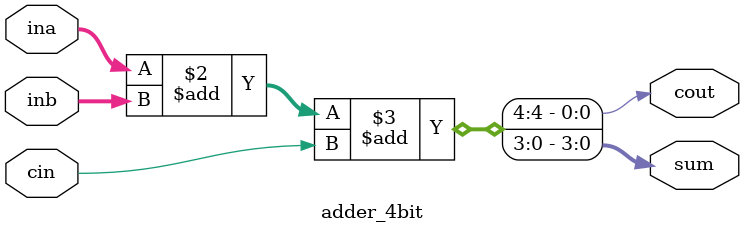
<source format=v>
module adder_4bit(ina,inb,sum,cout,cin);
    input [3:0] ina, inb;
    input cin;
    output reg [3:0] sum;
    output reg cout;
    always@(*)
        {cout,sum} = ina + inb + cin;
endmodule
</source>
